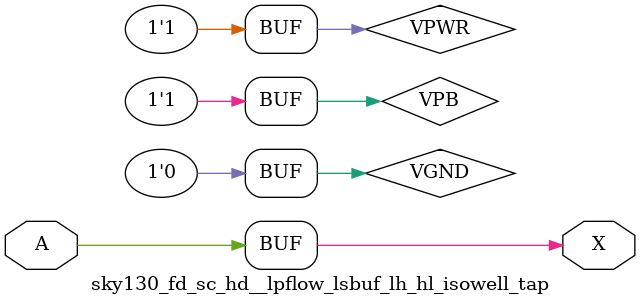
<source format=v>
/*
 * Copyright 2020 The SkyWater PDK Authors
 *
 * Licensed under the Apache License, Version 2.0 (the "License");
 * you may not use this file except in compliance with the License.
 * You may obtain a copy of the License at
 *
 *     https://www.apache.org/licenses/LICENSE-2.0
 *
 * Unless required by applicable law or agreed to in writing, software
 * distributed under the License is distributed on an "AS IS" BASIS,
 * WITHOUT WARRANTIES OR CONDITIONS OF ANY KIND, either express or implied.
 * See the License for the specific language governing permissions and
 * limitations under the License.
 *
 * SPDX-License-Identifier: Apache-2.0
*/


`ifndef SKY130_FD_SC_HD__LPFLOW_LSBUF_LH_HL_ISOWELL_TAP_BEHAVIORAL_V
`define SKY130_FD_SC_HD__LPFLOW_LSBUF_LH_HL_ISOWELL_TAP_BEHAVIORAL_V

/**
 * lpflow_lsbuf_lh_hl_isowell_tap: Level-shift buffer, low-to-high,
 *                                 isolated well on input buffer,
 *                                 vpb/vnb taps, double-row-height
 *                                 cell.
 *
 * Verilog simulation functional model.
 */

`timescale 1ns / 1ps
`default_nettype none

`celldefine
module sky130_fd_sc_hd__lpflow_lsbuf_lh_hl_isowell_tap (
    X,
    A
);

    // Module ports
    output X;
    input  A;

    // Module supplies
    supply1 VPWR;
    supply0 VGND;
    supply1 VPB ;

    //  Name  Output  Other arguments
    buf buf0 (X     , A              );

endmodule
`endcelldefine

`default_nettype wire
`endif  // SKY130_FD_SC_HD__LPFLOW_LSBUF_LH_HL_ISOWELL_TAP_BEHAVIORAL_V
</source>
